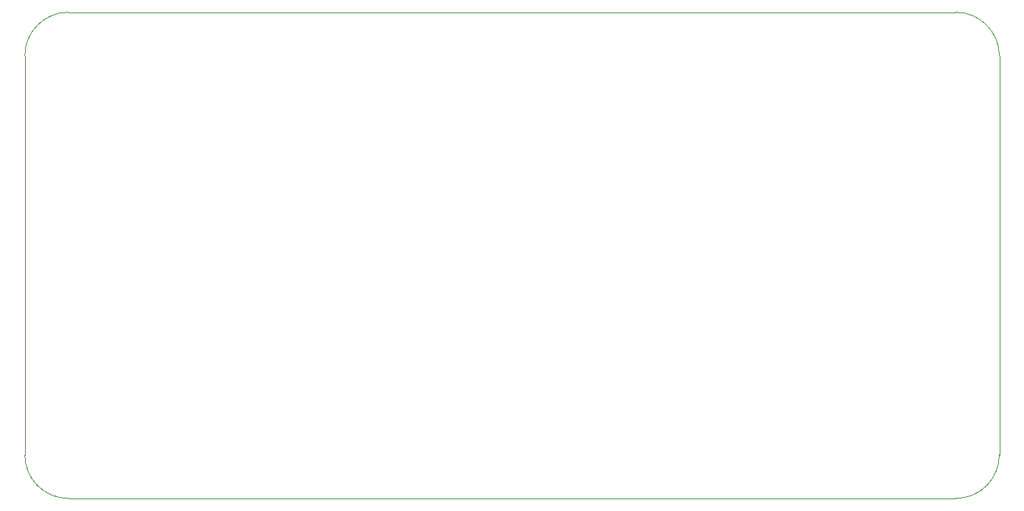
<source format=gm1>
G04 #@! TF.GenerationSoftware,KiCad,Pcbnew,8.0.0*
G04 #@! TF.CreationDate,2024-04-04T13:49:03-04:00*
G04 #@! TF.ProjectId,ecg_board,6563675f-626f-4617-9264-2e6b69636164,rev?*
G04 #@! TF.SameCoordinates,Original*
G04 #@! TF.FileFunction,Profile,NP*
%FSLAX46Y46*%
G04 Gerber Fmt 4.6, Leading zero omitted, Abs format (unit mm)*
G04 Created by KiCad (PCBNEW 8.0.0) date 2024-04-04 13:49:03*
%MOMM*%
%LPD*%
G01*
G04 APERTURE LIST*
G04 #@! TA.AperFunction,Profile*
%ADD10C,0.100000*%
G04 #@! TD*
G04 APERTURE END LIST*
D10*
X94700000Y-114600000D02*
G75*
G02*
X89700000Y-109600000I0J5000000D01*
G01*
X94700000Y-58700000D02*
X196700000Y-58700000D01*
X201700000Y-63700000D02*
X201700000Y-109600000D01*
X196700000Y-58700000D02*
G75*
G02*
X201700000Y-63700000I0J-5000000D01*
G01*
X89700000Y-63700000D02*
G75*
G02*
X94700000Y-58700000I5000000J0D01*
G01*
X89700000Y-109600000D02*
X89700000Y-63700000D01*
X196700000Y-114600000D02*
X94700000Y-114600000D01*
X201700000Y-109600000D02*
G75*
G02*
X196700000Y-114600000I-5000000J0D01*
G01*
M02*

</source>
